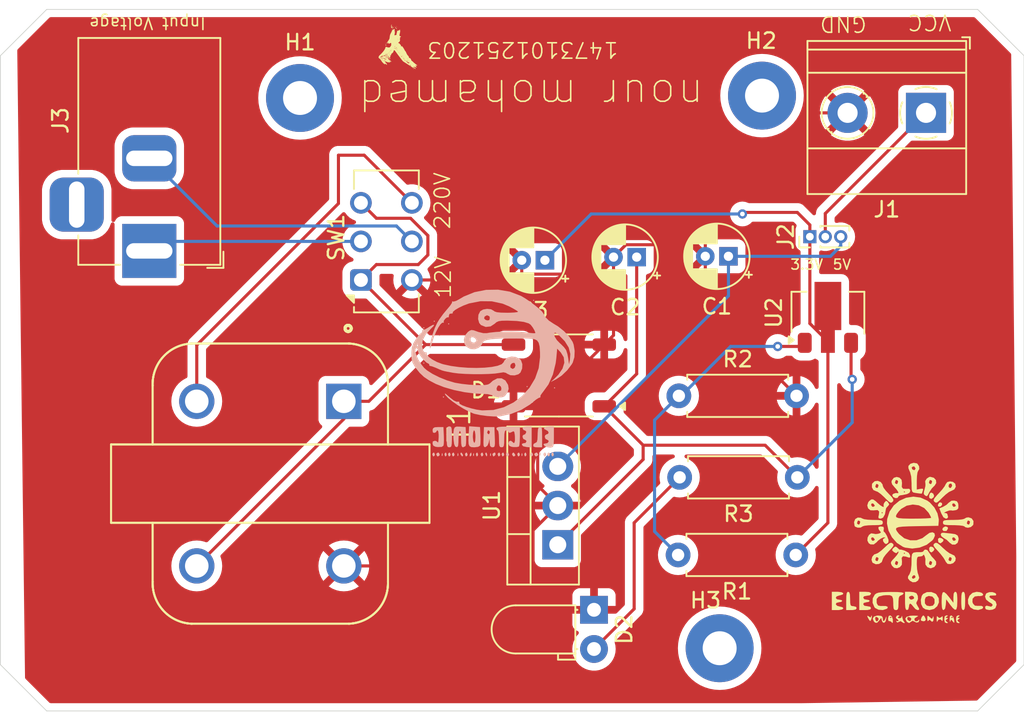
<source format=kicad_pcb>
(kicad_pcb (version 20240108) (generator "pcbnew") (generator_version "8.0")
  (title_block (title "${title}") (date "2025-03-03") (rev "v1.0") (company "${author}"))
  (layers (0 "F.Cu" signal) (31 "B.Cu" signal) (34 "B.Paste" user) (35 "F.Paste" user) (36 "B.SilkS" user "B.Silkscreen") (37 "F.SilkS" user "F.Silkscreen") (38 "B.Mask" user) (39 "F.Mask" user) (44 "Edge.Cuts" user))
  (property "ID" "1473101251203")
  (property "author" "nour mohamed")
  (property "title" "power supply")
  (net 0 "")
  (net 1 "GND")
  (net 2 "/5V")
  (net 3 "/VCC")
  (net 4 "/3.3V")
  (net 5 "Net-(D2-A)")
  (net 6 "Net-(J1-Pin_1)")
  (net 7 "Net-(J3-Pad1)")
  (net 8 "Net-(J3-Pad2)")
  (net 9 "Net-(U2-ADJ)")
  (net 10 "Net-(D1-Pad3)")
  (net 11 "Net-(SW1-A-Pad4)")
  (footprint "Package_SO:TSSOP-4_4.4x5mm_P4mm" (layer "F.Cu") (at 164.1348 86.0044 180)
    (property "Reference" "D1" (at 4.7244 -0.9652 360) (layer "F.SilkS"))
    (property "Value" "MDB10S")
    (pad "1" smd roundrect (at -2.9375 -2 180) (size 1.525 0.8) (layers "F.Cu" "F.Paste" "F.Mask") (net 3 "/VCC"))
    (pad "2" smd roundrect (at -2.9375 2 180) (size 1.525 0.8) (layers "F.Cu" "F.Paste" "F.Mask") (net 1 "GND"))
    (pad "3" smd roundrect (at 2.9375 2 180) (size 1.525 0.8) (layers "F.Cu" "F.Paste" "F.Mask") (net 10 "Net-(D1-Pad3)"))
    (pad "4" smd roundrect (at 2.9375 -2 180) (size 1.525 0.8) (layers "F.Cu" "F.Paste" "F.Mask") (net 1 "GND"))
  )
  (footprint "Capacitor_THT:CP_Radial_D4.0mm_P1.50mm" (layer "F.Cu") (at 169.1754 78.3336 180)
    (property "Reference" "C2" (at 0.75 -3.25 360) (layer "F.SilkS"))
    (property "Value" "C_Polarized")
    (pad "1" thru_hole rect (at 0 0 180) (size 1.2 1.2) (drill 0.6) (layers "*.Cu" "*.Mask") (net 3 "/VCC"))
    (pad "2" thru_hole circle (at 1.5 0 180) (size 1.2 1.2) (drill 0.6) (layers "*.Cu" "*.Mask") (net 1 "GND"))
  )
  (footprint "Resistor_THT:R_Axial_DIN0207_L6.3mm_D2.5mm_P7.62mm_Horizontal" (layer "F.Cu") (at 171.9072 87.3252)
    (property "Reference" "R2" (at 3.81 -2.37 0) (layer "F.SilkS"))
    (property "Value" "R")
    (pad "1" thru_hole circle (at 0 0) (size 1.6 1.6) (drill 0.8) (layers "*.Cu" "*.Mask") (net 9 "Net-(U2-ADJ)"))
    (pad "2" thru_hole oval (at 7.62 0) (size 1.6 1.6) (drill 0.8) (layers "*.Cu" "*.Mask") (net 1 "GND"))
  )
  (footprint "Connector_PinHeader_1.00mm:PinHeader_1x03_P1.00mm_Vertical" (layer "F.Cu") (at 180.3908 77.0128 90)
    (property "Reference" "J2" (at 0 -1.56 90) (layer "F.SilkS"))
    (property "Value" "Conn_01x03_Pin")
    (pad "1" thru_hole rect (at 0 0 90) (size 0.85 0.85) (drill 0.5) (layers "*.Cu" "*.Mask") (net 4 "/3.3V"))
    (pad "2" thru_hole oval (at 0 1 90) (size 0.85 0.85) (drill 0.5) (layers "*.Cu" "*.Mask") (net 6 "Net-(J1-Pin_1)"))
    (pad "3" thru_hole oval (at 0 2 90) (size 0.85 0.85) (drill 0.5) (layers "*.Cu" "*.Mask") (net 2 "/5V"))
  )
  (footprint "Package_TO_SOT_SMD:SOT-89-3" (layer "F.Cu") (at 181.5592 81.9404 90)
    (property "Reference" "U2" (at 0 -3.5 90) (layer "F.SilkS"))
    (property "Value" "LM317L_SOT-89")
    (pad "1" smd roundrect (at -1.95 -1.5 90) (size 1.3 0.9) (layers "F.Cu" "F.Paste" "F.Mask") (net 9 "Net-(U2-ADJ)"))
    (pad "2" smd custom (at -1.8625 0 90) (size 1.475 0.9) (layers "F.Cu" "F.Paste" "F.Mask") (net 4 "/3.3V") (options (clearance outline) (anchor rect)) (primitives (gr_poly (pts (xy 3.8625 0.8665) (xy 0.7375 0.8665) (xy 0.7375 -0.8665) (xy 3.8625 -0.8665)) (width 0) (fill yes))))
    (pad "3" smd roundrect (at -1.95 1.5 90) (size 1.3 0.9) (layers "F.Cu" "F.Paste" "F.Mask") (net 3 "/VCC"))
  )
  (footprint "Capacitor_THT:CP_Radial_D4.0mm_P1.50mm" (layer "F.Cu") (at 175.119 78.2828 180)
    (property "Reference" "C1" (at 0.75 -3.25 360) (layer "F.SilkS"))
    (property "Value" "C_Polarized")
    (pad "1" thru_hole rect (at 0 0 180) (size 1.2 1.2) (drill 0.6) (layers "*.Cu" "*.Mask") (net 2 "/5V"))
    (pad "2" thru_hole circle (at 1.5 0 180) (size 1.2 1.2) (drill 0.6) (layers "*.Cu" "*.Mask") (net 1 "GND"))
  )
  (footprint "MountingHole:MountingHole_2.2mm_M2_Pad" (layer "F.Cu") (at 174.5488 103.6828)
    (property "Reference" "H3" (at -0.9144 -3.0988 0) (layer "F.SilkS"))
    (property "Value" "MountingHole")
    (pad "1" thru_hole circle (at 0 0) (size 4.4 4.4) (drill 2.2) (layers "*.Cu" "*.Mask"))
  )
  (footprint "Connector_BarrelJack:BarrelJack_Horizontal" (layer "F.Cu") (at 137.6095 77.9328 -90)
    (property "Reference" "J3" (at -8.45 5.75 90) (layer "F.SilkS"))
    (property "Value" "Jack-DC")
    (pad "1" thru_hole rect (at 0 0 270) (size 3.5 3.5) (drill oval 1 3) (layers "*.Cu" "*.Mask") (net 7 "Net-(J3-Pad1)"))
    (pad "2" thru_hole roundrect (at -6 0 270) (size 3 3.5) (drill oval 1 3) (layers "*.Cu" "*.Mask") (net 8 "Net-(J3-Pad2)"))
    (pad "3" thru_hole roundrect (at -3 4.7 270) (size 3.5 3.5) (drill oval 3 1) (layers "*.Cu" "*.Mask"))
  )
  (footprint "Package_TO_SOT_THT:TO-220-3_Vertical" (layer "F.Cu") (at 164.0638 96.9772 90)
    (property "Reference" "U1" (at 2.54 -4.27 90) (layer "F.SilkS"))
    (property "Value" "LM7805_TO220")
    (pad "1" thru_hole rect (at 0 0 90) (size 1.905 2) (drill 1.1) (layers "*.Cu" "*.Mask") (net 3 "/VCC"))
    (pad "2" thru_hole oval (at 2.54 0 90) (size 1.905 2) (drill 1.1) (layers "*.Cu" "*.Mask") (net 1 "GND"))
    (pad "3" thru_hole oval (at 5.08 0 90) (size 1.905 2) (drill 1.1) (layers "*.Cu" "*.Mask") (net 2 "/5V"))
  )
  (footprint "trans_footprint:XFMR_TY-311P" (layer "F.Cu") (at 145.44615 93.0148 -90)
    (property "Reference" "T1" (at -3.84524 -12.24006 90) (layer "F.SilkS") (effects (font (size 1.400252 1.400252))))
    (property "Value" "TY-311P")
    (pad "1" thru_hole rect (at -5.334 -4.7625 270) (size 2.286 2.286) (drill 1.524) (layers "*.Cu" "*.Mask") (net 10 "Net-(D1-Pad3)"))
    (pad "3" thru_hole circle (at -5.334 4.7625 270) (size 2.286 2.286) (drill 1.524) (layers "*.Cu" "*.Mask") (net 11 "Net-(SW1-A-Pad4)"))
    (pad "4" thru_hole circle (at 5.334 4.7625 270) (size 2.286 2.286) (drill 1.524) (layers "*.Cu" "*.Mask") (net 10 "Net-(D1-Pad3)"))
    (pad "6" thru_hole circle (at 5.334 -4.7625 270) (size 2.286 2.286) (drill 1.524) (layers "*.Cu" "*.Mask") (net 1 "GND"))
  )
  (footprint "LED_THT:LED_D3.0mm_Horizontal_O1.27mm_Z2.0mm" (layer "F.Cu") (at 166.411 101.1936 -90)
    (property "Reference" "D2" (at 1.27 -1.96 90) (layer "F.SilkS"))
    (property "Value" "LED")
    (pad "1" thru_hole rect (at 0 0 270) (size 1.8 1.8) (drill 0.9) (layers "*.Cu" "*.Mask") (net 1 "GND"))
    (pad "2" thru_hole circle (at 2.54 0 270) (size 1.8 1.8) (drill 0.9) (layers "*.Cu" "*.Mask") (net 5 "Net-(D2-A)"))
  )
  (footprint "Resistor_THT:R_Axial_DIN0207_L6.3mm_D2.5mm_P7.62mm_Horizontal" (layer "F.Cu") (at 179.4764 97.6376 180)
    (property "Reference" "R1" (at 3.81 -2.37 360) (layer "F.SilkS"))
    (property "Value" "R")
    (pad "1" thru_hole circle (at 0 0 180) (size 1.6 1.6) (drill 0.8) (layers "*.Cu" "*.Mask") (net 4 "/3.3V"))
    (pad "2" thru_hole oval (at 7.62 0 180) (size 1.6 1.6) (drill 0.8) (layers "*.Cu" "*.Mask") (net 9 "Net-(U2-ADJ)"))
  )
  (footprint "Button_Switch_THT:SW_CK_JS202011CQN_DPDT_Straight" (layer "F.Cu") (at 151.3163 79.8176 90)
    (property "Reference" "SW1" (at 2.75 -1.6 90) (layer "F.SilkS"))
    (property "Value" "SW_Push_DPDT")
    (pad "1" thru_hole roundrect (at 0 0 90) (size 1.4 1.4) (drill 0.9) (layers "*.Cu" "*.Mask") (roundrect_rratio 0.1785714286) (net 10 "Net-(D1-Pad3)"))
    (pad "2" thru_hole circle (at 2.5 0 90) (size 1.4 1.4) (drill 0.9) (layers "*.Cu" "*.Mask") (net 7 "Net-(J3-Pad1)"))
    (pad "3" thru_hole circle (at 5 0 90) (size 1.4 1.4) (drill 0.9) (layers "*.Cu" "*.Mask") (net 10 "Net-(D1-Pad3)"))
    (pad "4" thru_hole circle (at 5 3.3 90) (size 1.4 1.4) (drill 0.9) (layers "*.Cu" "*.Mask") (net 11 "Net-(SW1-A-Pad4)"))
    (pad "5" thru_hole circle (at 2.5 3.3 90) (size 1.4 1.4) (drill 0.9) (layers "*.Cu" "*.Mask") (net 8 "Net-(J3-Pad2)"))
    (pad "6" thru_hole circle (at 0 3.3 90) (size 1.4 1.4) (drill 0.9) (layers "*.Cu" "*.Mask") (net 1 "GND"))
  )
  (footprint "Resistor_THT:R_Axial_DIN0207_L6.3mm_D2.5mm_P7.62mm_Horizontal" (layer "F.Cu") (at 179.578 92.6084 180)
    (property "Reference" "R3" (at 3.81 -2.37 360) (layer "F.SilkS"))
    (property "Value" "R")
    (pad "1" thru_hole circle (at 0 0 180) (size 1.6 1.6) (drill 0.8) (layers "*.Cu" "*.Mask") (net 3 "/VCC"))
    (pad "2" thru_hole oval (at 7.62 0 180) (size 1.6 1.6) (drill 0.8) (layers "*.Cu" "*.Mask") (net 5 "Net-(D2-A)"))
  )
  (footprint "TerminalBlock_Phoenix:TerminalBlock_Phoenix_MKDS-1,5-2-5.08_1x02_P5.08mm_Horizontal" (layer "F.Cu") (at 187.9142 68.9862 180)
    (property "Reference" "J1" (at 2.54 -6.26 360) (layer "F.SilkS"))
    (property "Value" "Screw_Terminal_01x02")
    (pad "1" thru_hole rect (at 0 0 180) (size 2.6 2.6) (drill 1.3) (layers "*.Cu" "*.Mask") (net 6 "Net-(J1-Pin_1)"))
    (pad "2" thru_hole circle (at 5.08 0 180) (size 2.6 2.6) (drill 1.3) (layers "*.Cu" "*.Mask") (net 1 "GND"))
  )
  (footprint "MountingHole:MountingHole_2.2mm_M2_Pad" (layer "F.Cu") (at 177.292 67.8688)
    (property "Reference" "H2" (at -0.0508 -3.556 180) (layer "F.SilkS"))
    (property "Value" "MountingHole")
    (pad "1" thru_hole circle (at 0 0) (size 4.4 4.4) (drill 2.2) (layers "*.Cu" "*.Mask"))
  )
  (footprint "logos:Electronics" (layer "F.Cu") (at 187.1472 96.9772)
    (property "Reference" "G***" (hide yes))
    (property "Value" "LOGO" (hide yes))
  )
  (footprint "Capacitor_THT:CP_Radial_D4.0mm_P1.50mm" (layer "F.Cu") (at 163.2318 78.5368 180)
    (property "Reference" "C3" (at 0.75 -3.25 360) (layer "F.SilkS"))
    (property "Value" "C_Polarized")
    (pad "1" thru_hole rect (at 0 0 180) (size 1.2 1.2) (drill 0.6) (layers "*.Cu" "*.Mask") (net 4 "/3.3V"))
    (pad "2" thru_hole circle (at 1.5 0 180) (size 1.2 1.2) (drill 0.6) (layers "*.Cu" "*.Mask") (net 1 "GND"))
  )
  (footprint "logos:eagle" (layer "F.Cu") (at 153.6192 64.77 180)
    (property "Reference" "G***" (hide yes))
    (property "Value" "LOGO" (hide yes))
  )
  (footprint "MountingHole:MountingHole_2.2mm_M2_Pad" (layer "F.Cu") (at 147.3708 68.0212)
    (property "Reference" "H1" (at 0 -3.6068 180) (layer "F.SilkS"))
    (property "Value" "MountingHole")
    (pad "1" thru_hole circle (at 0 0) (size 4.4 4.4) (drill 2.2) (layers "*.Cu" "*.Mask"))
  )
  (footprint "logos:Electronics2" (layer "B.Cu") (at 159.9184 85.4964 180)
    (property "Reference" "G***" (hide yes))
    (property "Value" "LOGO" (hide yes))
  )
  (gr_line (start 127.9652 65.2808) (end 127.9652 104.7468) (stroke (width 0.05)) (layer "Edge.Cuts"))
  (gr_line (start 194.2592 65.2808) (end 191.2592 62.2808) (stroke (width 0.05)) (layer "Edge.Cuts"))
  (gr_line (start 194.2592 65.2808) (end 194.2592 104.7468) (stroke (width 0.05)) (layer "Edge.Cuts"))
  (gr_line (start 194.2592 104.7468) (end 191.2592 107.7468) (stroke (width 0.05)) (layer "Edge.Cuts"))
  (gr_line (start 191.2592 62.2808) (end 130.9652 62.2808) (stroke (width 0.05)) (layer "Edge.Cuts"))
  (gr_line (start 127.9652 65.2808) (end 130.9652 62.2808) (stroke (width 0.05)) (layer "Edge.Cuts"))
  (gr_line (start 127.9652 104.7468) (end 130.9652 107.7468) (stroke (width 0.05)) (layer "Edge.Cuts"))
  (gr_line (start 191.2592 107.7468) (end 130.9652 107.7468) (stroke (width 0.05)) (layer "Edge.Cuts"))
  (gr_text "GND\n" (at 184.15 62.6364 180) (layer "F.SilkS") (effects (font (size 1 1) (thickness 0.1)) (justify left bottom)))
  (gr_text "VCC" (at 189.6364 62.5348 180) (layer "F.SilkS") (effects (font (size 1 1) (thickness 0.1)) (justify left bottom)))
  (gr_text "12V" (at 157.226 81.0768 90) (layer "F.SilkS") (effects (font (size 1 1) (thickness 0.1)) (justify left bottom)))
  (gr_text "Input Voltage" (at 141.3256 62.738 180) (layer "F.SilkS") (effects (font (size 0.75 0.75) (thickness 0.1)) (justify left bottom)))
  (gr_text "5V" (at 181.8132 79.1972 0) (layer "F.SilkS") (effects (font (size 0.65 0.65) (thickness 0.1)) (justify left bottom)))
  (gr_text "${author}" (at 173.6344 66.6496 180) (layer "F.SilkS") (effects (font (size 2 2) (thickness 0.1)) (justify left bottom)))
  (gr_text "${ID}" (at 168.0464 64.3128 180) (layer "F.SilkS") (effects (font (size 1 1) (thickness 0.1)) (justify left bottom)))
  (gr_text "3.3V" (at 179.07 79.1972 0) (layer "F.SilkS") (effects (font (size 0.65 0.65) (thickness 0.1)) (justify left bottom)))
  (gr_text "220V" (at 157.1752 76.6064 90) (layer "F.SilkS") (effects (font (size 1 1) (thickness 0.1)) (justify left bottom)))
  (segment (start 167.6754 78.3336) (end 167.6754 83.4013) (width 0.2) (layer "F.Cu") (net 1))
  (segment (start 179.5272 87.3252) (end 173.619 81.417) (width 0.2) (layer "F.Cu") (net 1))
  (segment (start 167.6754 83.4013) (end 167.0723 84.0044) (width 0.2) (layer "F.Cu") (net 1))
  (segment (start 172.8698 77.5336) (end 168.4754 77.5336) (width 0.2) (layer "F.Cu") (net 1))
  (segment (start 182.8342 68.9862) (end 180.995723 68.9862) (width 0.2) (layer "F.Cu") (net 1))
  (segment (start 160.1522 98.3488) (end 164.0638 94.4372) (width 0.2) (layer "F.Cu") (net 1))
  (segment (start 163.0723 88.0044) (end 167.0723 84.0044) (width 0.2) (layer "F.Cu") (net 1))
  (segment (start 168.4754 77.5336) (end 167.6754 78.3336) (width 0.2) (layer "F.Cu") (net 1))
  (segment (start 162.997 101.1936) (end 160.1522 98.3488) (width 0.2) (layer "F.Cu") (net 1))
  (segment (start 173.619 81.417) (end 173.619 78.2828) (width 0.2) (layer "F.Cu") (net 1))
  (segment (start 173.619 76.362923) (end 173.619 78.2828) (width 0.2) (layer "F.Cu") (net 1))
  (segment (start 166.5722 79.4368) (end 161.783272 79.4368) (width 0.2) (layer "F.Cu") (net 1))
  (segment (start 164.0638 94.4372) (end 162.7638 93.1372) (width 0.2) (layer "F.Cu") (net 1))
  (segment (start 162.7638 88.207) (end 162.9664 88.0044) (width 0.2) (layer "F.Cu") (net 1))
  (segment (start 162.9664 88.0044) (end 163.0723 88.0044) (width 0.2) (layer "F.Cu") (net 1))
  (segment (start 161.1973 88.0044) (end 162.9664 88.0044) (width 0.2) (layer "F.Cu") (net 1))
  (segment (start 162.7638 93.1372) (end 162.7638 88.207) (width 0.2) (layer "F.Cu") (net 1))
  (segment (start 167.6754 78.3336) (end 166.5722 79.4368) (width 0.2) (layer "F.Cu") (net 1))
  (segment (start 161.7318 79.385328) (end 161.7318 78.5368) (width 0.2) (layer "F.Cu") (net 1))
  (segment (start 180.995723 68.9862) (end 173.619 76.362923) (width 0.2) (layer "F.Cu") (net 1))
  (segment (start 150.20865 98.3488) (end 160.1522 98.3488) (width 0.2) (layer "F.Cu") (net 1))
  (segment (start 173.619 78.2828) (end 172.8698 77.5336) (width 0.2) (layer "F.Cu") (net 1))
  (segment (start 161.783272 79.4368) (end 161.7318 79.385328) (width 0.2) (layer "F.Cu") (net 1))
  (segment (start 161.402472 79.8176) (end 161.783272 79.4368) (width 0.2) (layer "F.Cu") (net 1))
  (segment (start 166.411 101.1936) (end 162.997 101.1936) (width 0.2) (layer "F.Cu") (net 1))
  (segment (start 154.6163 79.8176) (end 161.402472 79.8176) (width 0.2) (layer "F.Cu") (net 1))
  (segment (start 182.3908 77.0128) (end 182.3908 77.61384) (width 0.2) (layer "B.Cu") (net 2))
  (segment (start 175.119 78.2828) (end 175.119 80.842) (width 0.2) (layer "B.Cu") (net 2))
  (segment (start 182.3908 77.61384) (end 181.72184 78.2828) (width 0.2) (layer "B.Cu") (net 2))
  (segment (start 175.119 80.842) (end 164.0638 91.8972) (width 0.2) (layer "B.Cu") (net 2))
  (segment (start 181.72184 78.2828) (end 175.119 78.2828) (width 0.2) (layer "B.Cu") (net 2))
  (segment (start 183.134 86.2584) (end 183.0592 86.1836) (width 0.2) (layer "F.Cu") (net 3))
  (segment (start 183.0592 86.1836) (end 183.0592 83.8904) (width 0.2) (layer "F.Cu") (net 3))
  (segment (start 177.4952 90.5256) (end 169.5935 90.5256) (width 0.2) (layer "F.Cu") (net 3))
  (segment (start 179.578 92.6084) (end 177.4952 90.5256) (width 0.2) (layer "F.Cu") (net 3))
  (segment (start 167.0723 88.0044) (end 169.1754 85.9013) (width 0.2) (layer "F.Cu") (net 3))
  (segment (start 169.1754 85.9013) (end 169.1754 78.3336) (width 0.2) (layer "F.Cu") (net 3))
  (segment (start 169.5935 91.4475) (end 169.5935 90.5256) (width 0.2) (layer "F.Cu") (net 3))
  (segment (start 169.5935 90.5256) (end 167.0723 88.0044) (width 0.2) (layer "F.Cu") (net 3))
  (segment (start 164.0638 96.9772) (end 169.5935 91.4475) (width 0.2) (layer "F.Cu") (net 3))
  (via (at 183.134 86.2584) (size 0.6) (drill 0.3) (layers "F.Cu" "B.Cu") (net 3))
  (segment (start 179.578 92.6084) (end 183.134 89.0524) (width 0.2) (layer "B.Cu") (net 3))
  (segment (start 183.134 89.0524) (end 183.134 86.2584) (width 0.2) (layer "B.Cu") (net 3))
  (segment (start 181.5592 83.8029) (end 180.3908 82.6345) (width 0.2) (layer "F.Cu") (net 4))
  (segment (start 181.5592 95.5548) (end 181.5592 83.8029) (width 0.2) (layer "F.Cu") (net 4))
  (segment (start 176.1236 75.438) (end 176.022 75.5396) (width 0.2) (layer "F.Cu") (net 4))
  (segment (start 180.3908 82.6345) (end 180.3908 77.0128) (width 0.2) (layer "F.Cu") (net 4))
  (segment (start 179.4764 97.6376) (end 181.5592 95.5548) (width 0.2) (layer "F.Cu") (net 4))
  (segment (start 179.578 75.438) (end 176.1236 75.438) (width 0.2) (layer "F.Cu") (net 4))
  (segment (start 180.3908 77.0128) (end 180.3908 76.2508) (width 0.2) (layer "F.Cu") (net 4))
  (segment (start 180.3908 76.2508) (end 179.578 75.438) (width 0.2) (layer "F.Cu") (net 4))
  (via (at 176.022 75.5396) (size 0.6) (drill 0.3) (layers "F.Cu" "B.Cu") (net 4))
  (segment (start 176.022 75.5396) (end 166.229 75.5396) (width 0.2) (layer "B.Cu") (net 4))
  (segment (start 166.229 75.5396) (end 163.2318 78.5368) (width 0.2) (layer "B.Cu") (net 4))
  (segment (start 169.0116 101.133) (end 169.0116 95.5548) (width 0.2) (layer "F.Cu") (net 5))
  (segment (start 166.411 103.7336) (end 169.0116 101.133) (width 0.2) (layer "F.Cu") (net 5))
  (segment (start 169.0116 95.5548) (end 171.958 92.6084) (width 0.2) (layer "F.Cu") (net 5))
  (segment (start 181.3908 77.0128) (end 181.3908 75.5096) (width 0.2) (layer "F.Cu") (net 6))
  (segment (start 181.3908 75.5096) (end 187.9142 68.9862) (width 0.2) (layer "F.Cu") (net 6))
  (segment (start 138.2247 77.3176) (end 137.6095 77.9328) (width 0.2) (layer "B.Cu") (net 7))
  (segment (start 151.3163 77.3176) (end 138.2247 77.3176) (width 0.2) (layer "B.Cu") (net 7))
  (segment (start 154.6163 77.3176) (end 153.6163 76.3176) (width 0.2) (layer "B.Cu") (net 8))
  (segment (start 141.9943 76.3176) (end 137.6095 71.9328) (width 0.2) (layer "B.Cu") (net 8))
  (segment (start 153.6163 76.3176) (end 141.9943 76.3176) (width 0.2) (layer "B.Cu") (net 8))
  (segment (start 179.8248 84.1248) (end 180.0592 83.8904) (width 0.2) (layer "F.Cu") (net 9))
  (segment (start 178.308 84.1248) (end 179.8248 84.1248) (width 0.2) (layer "F.Cu") (net 9))
  (via (at 178.308 84.1248) (size 0.6) (drill 0.3) (layers "F.Cu" "B.Cu") (net 9))
  (segment (start 171.9072 87.3252) (end 170.3324 88.9) (width 0.2) (layer "B.Cu") (net 9))
  (segment (start 172.0596 87.3252) (end 175.26 84.1248) (width 0.2) (layer "B.Cu") (net 9))
  (segment (start 171.9072 87.3252) (end 172.0596 87.3252) (width 0.2) (layer "B.Cu") (net 9))
  (segment (start 170.3324 88.9) (end 170.3324 96.1136) (width 0.2) (layer "B.Cu") (net 9))
  (segment (start 175.26 84.1248) (end 178.308 84.1248) (width 0.2) (layer "B.Cu") (net 9))
  (segment (start 170.3324 96.1136) (end 171.8564 97.6376) (width 0.2) (layer "B.Cu") (net 9))
  (segment (start 150.20865 87.6808) (end 151.8267 87.6808) (width 0.2) (layer "F.Cu") (net 10))
  (segment (start 152.3163 78.8176) (end 151.3163 79.8176) (width 0.2) (layer "F.Cu") (net 10))
  (segment (start 140.68365 98.3488) (end 150.20865 88.8238) (width 0.2) (layer "F.Cu") (net 10))
  (segment (start 152.3163 75.8176) (end 154.530514 75.8176) (width 0.2) (layer "F.Cu") (net 10))
  (segment (start 151.8267 87.6808) (end 155.5031 84.0044) (width 0.2) (layer "F.Cu") (net 10))
  (segment (start 150.20865 88.8238) (end 150.20865 87.6808) (width 0.2) (layer "F.Cu") (net 10))
  (segment (start 155.6512 76.938286) (end 155.6512 78.196914) (width 0.2) (layer "F.Cu") (net 10))
  (segment (start 161.1973 84.0044) (end 155.5031 84.0044) (width 0.2) (layer "F.Cu") (net 10))
  (segment (start 155.6512 78.196914) (end 155.030514 78.8176) (width 0.2) (layer "F.Cu") (net 10))
  (segment (start 151.3163 74.8176) (end 152.3163 75.8176) (width 0.2) (layer "F.Cu") (net 10))
  (segment (start 155.5031 84.0044) (end 151.3163 79.8176) (width 0.2) (layer "F.Cu") (net 10))
  (segment (start 154.530514 75.8176) (end 155.6512 76.938286) (width 0.2) (layer "F.Cu") (net 10))
  (segment (start 155.030514 78.8176) (end 152.3163 78.8176) (width 0.2) (layer "F.Cu") (net 10))
  (segment (start 151.5283 71.7296) (end 154.6163 74.8176) (width 0.2) (layer "F.Cu") (net 11))
  (segment (start 149.86 74.859686) (end 149.86 71.7296) (width 0.2) (layer "F.Cu") (net 11))
  (segment (start 140.68365 87.6808) (end 140.68365 84.036036) (width 0.2) (layer "F.Cu") (net 11))
  (segment (start 140.68365 84.036036) (end 149.86 74.859686) (width 0.2) (layer "F.Cu") (net 11))
  (segment (start 149.86 71.7296) (end 151.5283 71.7296) (width 0.2) (layer "F.Cu") (net 11))
  (zone (net 1) (net_name "GND") (layer "F.Cu") (connect_pads (clearance 0.5)) (min_thickness 0.25) (fill yes (thermal_gap 0.5) (thermal_bridge_width 0.5))
    (polygon (pts (xy 128.778 61.6712) (xy 193.3956 61.7728) (xy 193.8528 107.0356) (xy 129.5908 108.0008) (xy 129.032 62.7888) (xy 129.0828 62.7888)))
  )
)
</source>
